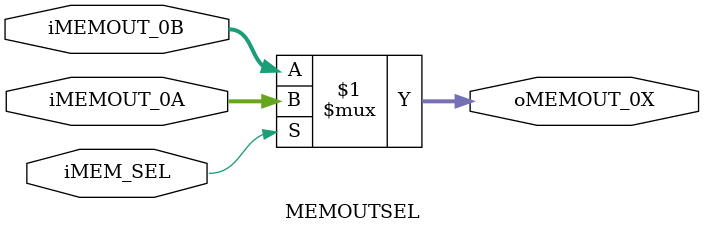
<source format=v>

`timescale  1ns/1ps

module MEMOUTSEL #(
    parameter   DATA_WIDTH = 640
) (
    //
    input   wire    [DATA_WIDTH -1: 0]      iMEMOUT_0A,
    input   wire    [DATA_WIDTH -1: 0]      iMEMOUT_0B,
    input   wire                            iMEM_SEL,
    //
    output  wire    [DATA_WIDTH -1: 0]      oMEMOUT_0X
);

    // 
    assign  oMEMOUT_0X = (iMEM_SEL) ? iMEMOUT_0A: iMEMOUT_0B;

endmodule

</source>
